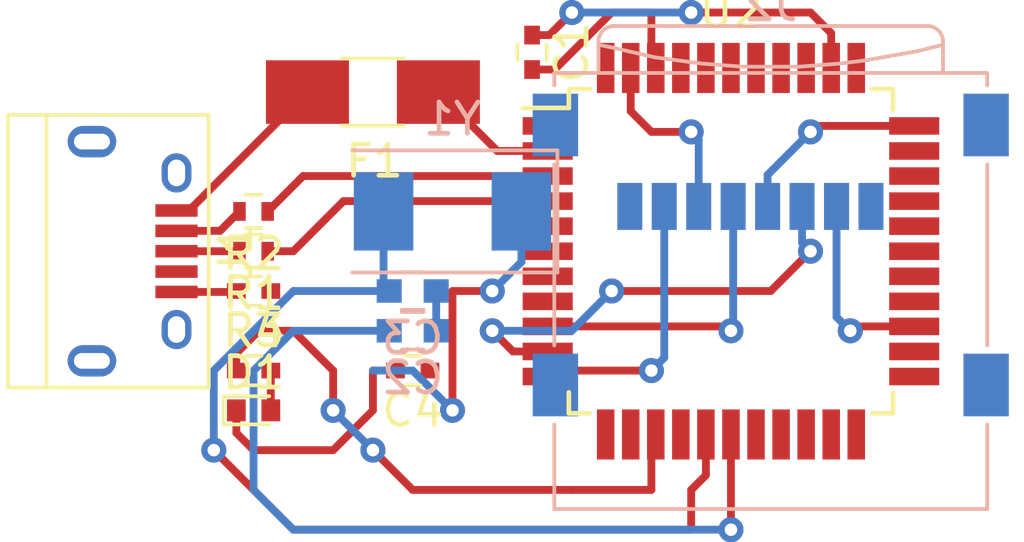
<source format=kicad_pcb>
(kicad_pcb (version 20171130) (host pcbnew "(5.0.0)")

  (general
    (thickness 1.6)
    (drawings 0)
    (tracks 113)
    (zones 0)
    (modules 14)
    (nets 44)
  )

  (page A4)
  (layers
    (0 F.Cu mixed)
    (31 B.Cu mixed)
    (32 B.Adhes user)
    (33 F.Adhes user)
    (34 B.Paste user)
    (35 F.Paste user)
    (36 B.SilkS user)
    (37 F.SilkS user)
    (38 B.Mask user)
    (39 F.Mask user)
    (40 Dwgs.User user)
    (41 Cmts.User user)
    (42 Eco1.User user)
    (43 Eco2.User user)
    (44 Edge.Cuts user)
    (45 Margin user)
    (46 B.CrtYd user)
    (47 F.CrtYd user)
    (48 B.Fab user)
    (49 F.Fab user)
  )

  (setup
    (last_trace_width 0.25)
    (trace_clearance 0.2)
    (zone_clearance 0.508)
    (zone_45_only no)
    (trace_min 0.2)
    (segment_width 0.2)
    (edge_width 0.1)
    (via_size 0.8)
    (via_drill 0.4)
    (via_min_size 0.4)
    (via_min_drill 0.3)
    (uvia_size 0.3)
    (uvia_drill 0.1)
    (uvias_allowed no)
    (uvia_min_size 0.2)
    (uvia_min_drill 0.1)
    (pcb_text_width 0.3)
    (pcb_text_size 1.5 1.5)
    (mod_edge_width 0.15)
    (mod_text_size 1 1)
    (mod_text_width 0.15)
    (pad_size 2.03 2.65)
    (pad_drill 0)
    (pad_to_mask_clearance 0)
    (aux_axis_origin 0 0)
    (visible_elements 7FFFFF9F)
    (pcbplotparams
      (layerselection 0x010fc_ffffffff)
      (usegerberextensions false)
      (usegerberattributes false)
      (usegerberadvancedattributes false)
      (creategerberjobfile false)
      (excludeedgelayer true)
      (linewidth 0.100000)
      (plotframeref false)
      (viasonmask false)
      (mode 1)
      (useauxorigin false)
      (hpglpennumber 1)
      (hpglpenspeed 20)
      (hpglpendiameter 15.000000)
      (psnegative false)
      (psa4output false)
      (plotreference true)
      (plotvalue true)
      (plotinvisibletext false)
      (padsonsilk false)
      (subtractmaskfromsilk false)
      (outputformat 1)
      (mirror false)
      (drillshape 1)
      (scaleselection 1)
      (outputdirectory ""))
  )

  (net 0 "")
  (net 1 "Net-(C1-Pad2)")
  (net 2 GND)
  (net 3 "Net-(C2-Pad1)")
  (net 4 "Net-(C3-Pad1)")
  (net 5 "Net-(C4-Pad1)")
  (net 6 "Net-(D1-Pad2)")
  (net 7 "Net-(F1-Pad2)")
  (net 8 VBUS)
  (net 9 "Net-(J1-Pad6)")
  (net 10 "Net-(J1-Pad4)")
  (net 11 "Net-(J1-Pad3)")
  (net 12 "Net-(J1-Pad2)")
  (net 13 "Net-(J2-Pad1)")
  (net 14 "Net-(J2-Pad2)")
  (net 15 "Net-(J2-Pad3)")
  (net 16 "Net-(J2-Pad4)")
  (net 17 "Net-(J2-Pad5)")
  (net 18 "Net-(J2-Pad7)")
  (net 19 "Net-(J2-Pad8)")
  (net 20 "Net-(J2-Pad9)")
  (net 21 "Net-(R1-Pad1)")
  (net 22 "Net-(R2-Pad1)")
  (net 23 "Net-(U2-Pad41)")
  (net 24 "Net-(U2-Pad40)")
  (net 25 "Net-(U2-Pad39)")
  (net 26 "Net-(U2-Pad38)")
  (net 27 "Net-(U2-Pad37)")
  (net 28 "Net-(U2-Pad36)")
  (net 29 "Net-(U2-Pad32)")
  (net 30 "Net-(U2-Pad31)")
  (net 31 "Net-(U2-Pad30)")
  (net 32 "Net-(U2-Pad29)")
  (net 33 "Net-(U2-Pad28)")
  (net 34 "Net-(U2-Pad27)")
  (net 35 "Net-(U2-Pad26)")
  (net 36 "Net-(U2-Pad22)")
  (net 37 "Net-(U2-Pad21)")
  (net 38 "Net-(U2-Pad20)")
  (net 39 "Net-(U2-Pad19)")
  (net 40 "Net-(U2-Pad18)")
  (net 41 "Net-(U2-Pad12)")
  (net 42 "Net-(U2-Pad8)")
  (net 43 "Net-(U2-Pad1)")

  (net_class Default "Esta es la clase de red por defecto."
    (clearance 0.2)
    (trace_width 0.25)
    (via_dia 0.8)
    (via_drill 0.4)
    (uvia_dia 0.3)
    (uvia_drill 0.1)
    (add_net GND)
    (add_net "Net-(C1-Pad2)")
    (add_net "Net-(C2-Pad1)")
    (add_net "Net-(C3-Pad1)")
    (add_net "Net-(C4-Pad1)")
    (add_net "Net-(D1-Pad2)")
    (add_net "Net-(F1-Pad2)")
    (add_net "Net-(J1-Pad2)")
    (add_net "Net-(J1-Pad3)")
    (add_net "Net-(J1-Pad4)")
    (add_net "Net-(J1-Pad6)")
    (add_net "Net-(J2-Pad1)")
    (add_net "Net-(J2-Pad2)")
    (add_net "Net-(J2-Pad3)")
    (add_net "Net-(J2-Pad4)")
    (add_net "Net-(J2-Pad5)")
    (add_net "Net-(J2-Pad7)")
    (add_net "Net-(J2-Pad8)")
    (add_net "Net-(J2-Pad9)")
    (add_net "Net-(R1-Pad1)")
    (add_net "Net-(R2-Pad1)")
    (add_net "Net-(U2-Pad1)")
    (add_net "Net-(U2-Pad12)")
    (add_net "Net-(U2-Pad18)")
    (add_net "Net-(U2-Pad19)")
    (add_net "Net-(U2-Pad20)")
    (add_net "Net-(U2-Pad21)")
    (add_net "Net-(U2-Pad22)")
    (add_net "Net-(U2-Pad26)")
    (add_net "Net-(U2-Pad27)")
    (add_net "Net-(U2-Pad28)")
    (add_net "Net-(U2-Pad29)")
    (add_net "Net-(U2-Pad30)")
    (add_net "Net-(U2-Pad31)")
    (add_net "Net-(U2-Pad32)")
    (add_net "Net-(U2-Pad36)")
    (add_net "Net-(U2-Pad37)")
    (add_net "Net-(U2-Pad38)")
    (add_net "Net-(U2-Pad39)")
    (add_net "Net-(U2-Pad40)")
    (add_net "Net-(U2-Pad41)")
    (add_net "Net-(U2-Pad8)")
    (add_net VBUS)
  )

  (module Crystals:Crystal_SMD_0603-2pin_6.0x3.5mm (layer B.Cu) (tedit 58CD2E9C) (tstamp 5B9D3479)
    (at 60.96 43.18 180)
    (descr "SMD Crystal SERIES SMD0603/2 http://www.petermann-technik.de/fileadmin/petermann/pdf/SMD0603-2.pdf, 6.0x3.5mm^2 package")
    (tags "SMD SMT crystal")
    (path /5B9F30FB)
    (attr smd)
    (fp_text reference Y1 (at 0 2.95 180) (layer B.SilkS)
      (effects (font (size 1 1) (thickness 0.15)) (justify mirror))
    )
    (fp_text value Crystal (at 0 -2.95 180) (layer B.Fab)
      (effects (font (size 1 1) (thickness 0.15)) (justify mirror))
    )
    (fp_text user %R (at 0 0 180) (layer B.Fab)
      (effects (font (size 1 1) (thickness 0.15)) (justify mirror))
    )
    (fp_line (start -2.9 1.75) (end 2.9 1.75) (layer B.Fab) (width 0.1))
    (fp_line (start 2.9 1.75) (end 3 1.65) (layer B.Fab) (width 0.1))
    (fp_line (start 3 1.65) (end 3 -1.65) (layer B.Fab) (width 0.1))
    (fp_line (start 3 -1.65) (end 2.9 -1.75) (layer B.Fab) (width 0.1))
    (fp_line (start 2.9 -1.75) (end -2.9 -1.75) (layer B.Fab) (width 0.1))
    (fp_line (start -2.9 -1.75) (end -3 -1.65) (layer B.Fab) (width 0.1))
    (fp_line (start -3 -1.65) (end -3 1.65) (layer B.Fab) (width 0.1))
    (fp_line (start -3 1.65) (end -2.9 1.75) (layer B.Fab) (width 0.1))
    (fp_line (start -3 -0.75) (end -2 -1.75) (layer B.Fab) (width 0.1))
    (fp_line (start 3.2 1.95) (end -3.35 1.95) (layer B.SilkS) (width 0.12))
    (fp_line (start -3.35 1.95) (end -3.35 -1.95) (layer B.SilkS) (width 0.12))
    (fp_line (start -3.35 -1.95) (end 3.2 -1.95) (layer B.SilkS) (width 0.12))
    (fp_line (start -3.4 2) (end -3.4 -2) (layer B.CrtYd) (width 0.05))
    (fp_line (start -3.4 -2) (end 3.4 -2) (layer B.CrtYd) (width 0.05))
    (fp_line (start 3.4 -2) (end 3.4 2) (layer B.CrtYd) (width 0.05))
    (fp_line (start 3.4 2) (end -3.4 2) (layer B.CrtYd) (width 0.05))
    (fp_circle (center 0 0) (end 0.4 0) (layer B.Adhes) (width 0.1))
    (fp_circle (center 0 0) (end 0.333333 0) (layer B.Adhes) (width 0.133333))
    (fp_circle (center 0 0) (end 0.213333 0) (layer B.Adhes) (width 0.133333))
    (fp_circle (center 0 0) (end 0.093333 0) (layer B.Adhes) (width 0.186667))
    (pad 1 smd rect (at -2.2 0 180) (size 1.9 2.5) (layers B.Cu B.Paste B.Mask)
      (net 3 "Net-(C2-Pad1)"))
    (pad 2 smd rect (at 2.2 0 180) (size 1.9 2.5) (layers B.Cu B.Paste B.Mask)
      (net 4 "Net-(C3-Pad1)"))
  )

  (module Capacitors_SMD:C_0402 (layer F.Cu) (tedit 58AA841A) (tstamp 5B9D3370)
    (at 59.69 48.26 180)
    (descr "Capacitor SMD 0402, reflow soldering, AVX (see smccp.pdf)")
    (tags "capacitor 0402")
    (path /5B9DB65C)
    (attr smd)
    (fp_text reference C4 (at 0 -1.27 180) (layer F.SilkS)
      (effects (font (size 1 1) (thickness 0.15)))
    )
    (fp_text value 1.0UF-0402-16V-10% (at 0 1.27 180) (layer F.Fab)
      (effects (font (size 1 1) (thickness 0.15)))
    )
    (fp_text user %R (at 0 -1.27 180) (layer F.Fab)
      (effects (font (size 1 1) (thickness 0.15)))
    )
    (fp_line (start -0.5 0.25) (end -0.5 -0.25) (layer F.Fab) (width 0.1))
    (fp_line (start 0.5 0.25) (end -0.5 0.25) (layer F.Fab) (width 0.1))
    (fp_line (start 0.5 -0.25) (end 0.5 0.25) (layer F.Fab) (width 0.1))
    (fp_line (start -0.5 -0.25) (end 0.5 -0.25) (layer F.Fab) (width 0.1))
    (fp_line (start 0.25 -0.47) (end -0.25 -0.47) (layer F.SilkS) (width 0.12))
    (fp_line (start -0.25 0.47) (end 0.25 0.47) (layer F.SilkS) (width 0.12))
    (fp_line (start -1 -0.4) (end 1 -0.4) (layer F.CrtYd) (width 0.05))
    (fp_line (start -1 -0.4) (end -1 0.4) (layer F.CrtYd) (width 0.05))
    (fp_line (start 1 0.4) (end 1 -0.4) (layer F.CrtYd) (width 0.05))
    (fp_line (start 1 0.4) (end -1 0.4) (layer F.CrtYd) (width 0.05))
    (pad 1 smd rect (at -0.55 0 180) (size 0.6 0.5) (layers F.Cu F.Paste F.Mask)
      (net 5 "Net-(C4-Pad1)"))
    (pad 2 smd rect (at 0.55 0 180) (size 0.6 0.5) (layers F.Cu F.Paste F.Mask)
      (net 2 GND))
    (model Capacitors_SMD.3dshapes/C_0402.wrl
      (at (xyz 0 0 0))
      (scale (xyz 1 1 1))
      (rotate (xyz 0 0 0))
    )
  )

  (module Connect:USB_Micro-B (layer F.Cu) (tedit 5543E447) (tstamp 5B9D33AB)
    (at 50.8 44.45 270)
    (descr "Micro USB Type B Receptacle")
    (tags "USB USB_B USB_micro USB_OTG")
    (path /5B9862B8)
    (attr smd)
    (fp_text reference J1 (at 0 -3.24 270) (layer F.SilkS)
      (effects (font (size 1 1) (thickness 0.15)))
    )
    (fp_text value USB_B_Micro (at 0 5.01 270) (layer F.Fab)
      (effects (font (size 1 1) (thickness 0.15)))
    )
    (fp_line (start -4.6 -2.59) (end 4.6 -2.59) (layer F.CrtYd) (width 0.05))
    (fp_line (start 4.6 -2.59) (end 4.6 4.26) (layer F.CrtYd) (width 0.05))
    (fp_line (start 4.6 4.26) (end -4.6 4.26) (layer F.CrtYd) (width 0.05))
    (fp_line (start -4.6 4.26) (end -4.6 -2.59) (layer F.CrtYd) (width 0.05))
    (fp_line (start -4.35 4.03) (end 4.35 4.03) (layer F.SilkS) (width 0.12))
    (fp_line (start -4.35 -2.38) (end 4.35 -2.38) (layer F.SilkS) (width 0.12))
    (fp_line (start 4.35 -2.38) (end 4.35 4.03) (layer F.SilkS) (width 0.12))
    (fp_line (start 4.35 2.8) (end -4.35 2.8) (layer F.SilkS) (width 0.12))
    (fp_line (start -4.35 4.03) (end -4.35 -2.38) (layer F.SilkS) (width 0.12))
    (pad 1 smd rect (at -1.3 -1.35) (size 1.35 0.4) (layers F.Cu F.Paste F.Mask)
      (net 7 "Net-(F1-Pad2)"))
    (pad 2 smd rect (at -0.65 -1.35) (size 1.35 0.4) (layers F.Cu F.Paste F.Mask)
      (net 12 "Net-(J1-Pad2)"))
    (pad 3 smd rect (at 0 -1.35) (size 1.35 0.4) (layers F.Cu F.Paste F.Mask)
      (net 11 "Net-(J1-Pad3)"))
    (pad 4 smd rect (at 0.65 -1.35) (size 1.35 0.4) (layers F.Cu F.Paste F.Mask)
      (net 10 "Net-(J1-Pad4)"))
    (pad 5 smd rect (at 1.3 -1.35) (size 1.35 0.4) (layers F.Cu F.Paste F.Mask)
      (net 2 GND))
    (pad 6 thru_hole oval (at -2.5 -1.35) (size 0.95 1.25) (drill oval 0.55 0.85) (layers *.Cu *.Mask)
      (net 9 "Net-(J1-Pad6)"))
    (pad 6 thru_hole oval (at 2.5 -1.35) (size 0.95 1.25) (drill oval 0.55 0.85) (layers *.Cu *.Mask)
      (net 9 "Net-(J1-Pad6)"))
    (pad 6 thru_hole oval (at -3.5 1.35) (size 1.55 1) (drill oval 1.15 0.5) (layers *.Cu *.Mask)
      (net 9 "Net-(J1-Pad6)"))
    (pad 6 thru_hole oval (at 3.5 1.35) (size 1.55 1) (drill oval 1.15 0.5) (layers *.Cu *.Mask)
      (net 9 "Net-(J1-Pad6)"))
  )

  (module Fuse_Holders_and_Fuses:Fuse_SMD1206_HandSoldering (layer F.Cu) (tedit 0) (tstamp 5B9D3395)
    (at 58.42 39.37 180)
    (descr "Fuse, Sicherung, SMD1206, Littlefuse-Wickmann 433 Series, Hand Soldering,")
    (tags "Fuse Sicherung SMD1206 Littlefuse-Wickmann 433 Series Hand Soldering ")
    (path /5B9D37E0)
    (attr smd)
    (fp_text reference F1 (at -0.05 -2.2 180) (layer F.SilkS)
      (effects (font (size 1 1) (thickness 0.15)))
    )
    (fp_text value Fuse (at -0.15 2.5 180) (layer F.Fab)
      (effects (font (size 1 1) (thickness 0.15)))
    )
    (fp_line (start -1.6 0.8) (end -1.6 -0.8) (layer F.Fab) (width 0.1))
    (fp_line (start 1.6 0.8) (end -1.6 0.8) (layer F.Fab) (width 0.1))
    (fp_line (start 1.6 -0.8) (end 1.6 0.8) (layer F.Fab) (width 0.1))
    (fp_line (start -1.6 -0.8) (end 1.6 -0.8) (layer F.Fab) (width 0.1))
    (fp_line (start 1 1.07) (end -1 1.07) (layer F.SilkS) (width 0.12))
    (fp_line (start -1 -1.07) (end 1 -1.07) (layer F.SilkS) (width 0.12))
    (fp_line (start -3.35 -1.58) (end 3.35 -1.58) (layer F.CrtYd) (width 0.05))
    (fp_line (start -3.35 -1.58) (end -3.35 1.58) (layer F.CrtYd) (width 0.05))
    (fp_line (start 3.35 1.58) (end 3.35 -1.58) (layer F.CrtYd) (width 0.05))
    (fp_line (start 3.35 1.58) (end -3.35 1.58) (layer F.CrtYd) (width 0.05))
    (pad 1 smd rect (at -2.09 0 270) (size 2.03 2.65) (layers F.Cu F.Paste F.Mask)
      (net 8 VBUS))
    (pad 2 smd rect (at 2.09 0 270) (size 2.03 2.65) (layers F.Cu F.Paste F.Mask)
      (net 7 "Net-(F1-Pad2)"))
  )

  (module Connect:microSD_Card_Receptacle_Wuerth_693072010801 (layer B.Cu) (tedit 597745A9) (tstamp 5B9D33DA)
    (at 71.12 45.72 180)
    (descr http://katalog.we-online.de/em/datasheet/693072010801.pdf)
    (tags "Micro SD Wuerth Wurth Würth")
    (path /5B985E48)
    (attr smd)
    (fp_text reference J2 (at 0 9.14 180) (layer B.SilkS)
      (effects (font (size 1 1) (thickness 0.15)) (justify mirror))
    )
    (fp_text value Micro_SD_Card (at 0 -8.07 180) (layer B.Fab)
      (effects (font (size 1 1) (thickness 0.15)) (justify mirror))
    )
    (fp_text user %R (at 0 0 180) (layer B.Fab)
      (effects (font (size 1 1) (thickness 0.15)) (justify mirror))
    )
    (fp_line (start -6.8 -6.85) (end 6.8 -6.85) (layer B.Fab) (width 0.1))
    (fp_line (start -6.8 6.85) (end -6.8 -6.85) (layer B.Fab) (width 0.1))
    (fp_line (start 6.8 6.85) (end -6.8 6.85) (layer B.Fab) (width 0.1))
    (fp_line (start 6.8 -6.85) (end 6.8 6.85) (layer B.Fab) (width 0.1))
    (fp_line (start 5 7.76) (end 5.5 7.86) (layer B.SilkS) (width 0.12))
    (fp_line (start 3.7 7.46) (end 5 7.76) (layer B.SilkS) (width 0.12))
    (fp_line (start 2.2 7.26) (end 3.7 7.46) (layer B.SilkS) (width 0.12))
    (fp_line (start 0.9 7.16) (end 2.2 7.26) (layer B.SilkS) (width 0.12))
    (fp_line (start -0.9 7.16) (end 0.9 7.16) (layer B.SilkS) (width 0.12))
    (fp_line (start -2.2 7.26) (end -0.9 7.16) (layer B.SilkS) (width 0.12))
    (fp_line (start -3 7.36) (end -2.2 7.26) (layer B.SilkS) (width 0.12))
    (fp_line (start -4.7 7.66) (end -3 7.36) (layer B.SilkS) (width 0.12))
    (fp_line (start -5.5 7.86) (end -4.7 7.66) (layer B.SilkS) (width 0.12))
    (fp_line (start -5 8.46) (end 5 8.46) (layer B.SilkS) (width 0.12))
    (fp_arc (start 5 7.96) (end 5 8.46) (angle -90) (layer B.SilkS) (width 0.12))
    (fp_line (start -5.5 6.96) (end -5.5 7.96) (layer B.SilkS) (width 0.12))
    (fp_line (start 5.5 6.96) (end 5.5 7.96) (layer B.SilkS) (width 0.12))
    (fp_line (start -6.91 6.96) (end 6.91 6.96) (layer B.SilkS) (width 0.12))
    (fp_line (start 6.91 -6.96) (end -6.91 -6.96) (layer B.SilkS) (width 0.12))
    (fp_line (start 6.91 -4.26) (end 6.91 -6.96) (layer B.SilkS) (width 0.12))
    (fp_arc (start -5 7.96) (end -5.5 7.96) (angle -90) (layer B.SilkS) (width 0.12))
    (fp_line (start 6.91 6.96) (end 6.91 6.56) (layer B.SilkS) (width 0.12))
    (fp_line (start 6.91 4.04) (end 6.91 -1.74) (layer B.SilkS) (width 0.12))
    (fp_line (start -6.91 -4.26) (end -6.91 -6.96) (layer B.SilkS) (width 0.12))
    (fp_line (start -6.91 4.04) (end -6.91 -1.74) (layer B.SilkS) (width 0.12))
    (fp_line (start -6.91 6.96) (end -6.91 6.56) (layer B.SilkS) (width 0.12))
    (fp_line (start 8.08 7.35) (end 8.08 -7.35) (layer B.CrtYd) (width 0.05))
    (fp_line (start 8.08 7.35) (end -8.08 7.35) (layer B.CrtYd) (width 0.05))
    (fp_line (start 8.08 -7.35) (end -8.08 -7.35) (layer B.CrtYd) (width 0.05))
    (fp_line (start -8.08 7.35) (end -8.08 -7.35) (layer B.CrtYd) (width 0.05))
    (pad 9 smd rect (at 6.875 5.3 180) (size 1.45 2) (layers B.Cu B.Paste B.Mask)
      (net 20 "Net-(J2-Pad9)"))
    (pad 9 smd rect (at -6.875 5.3 180) (size 1.45 2) (layers B.Cu B.Paste B.Mask)
      (net 20 "Net-(J2-Pad9)"))
    (pad 9 smd rect (at -6.875 -3 180) (size 1.45 2) (layers B.Cu B.Paste B.Mask)
      (net 20 "Net-(J2-Pad9)"))
    (pad 9 smd rect (at 6.875 -3 180) (size 1.45 2) (layers B.Cu B.Paste B.Mask)
      (net 20 "Net-(J2-Pad9)"))
    (pad 8 smd rect (at 4.5 2.7 180) (size 0.8 1.5) (layers B.Cu B.Paste B.Mask)
      (net 19 "Net-(J2-Pad8)"))
    (pad 7 smd rect (at 3.4 2.7 180) (size 0.8 1.5) (layers B.Cu B.Paste B.Mask)
      (net 18 "Net-(J2-Pad7)"))
    (pad 6 smd rect (at 2.3 2.7 180) (size 0.8 1.5) (layers B.Cu B.Paste B.Mask)
      (net 2 GND))
    (pad 5 smd rect (at 1.2 2.7 180) (size 0.8 1.5) (layers B.Cu B.Paste B.Mask)
      (net 17 "Net-(J2-Pad5)"))
    (pad 4 smd rect (at 0.1 2.7 180) (size 0.8 1.5) (layers B.Cu B.Paste B.Mask)
      (net 16 "Net-(J2-Pad4)"))
    (pad 3 smd rect (at -1 2.7 180) (size 0.8 1.5) (layers B.Cu B.Paste B.Mask)
      (net 15 "Net-(J2-Pad3)"))
    (pad 2 smd rect (at -2.1 2.7 180) (size 0.8 1.5) (layers B.Cu B.Paste B.Mask)
      (net 14 "Net-(J2-Pad2)"))
    (pad 1 smd rect (at -3.2 2.7 180) (size 0.8 1.5) (layers B.Cu B.Paste B.Mask)
      (net 13 "Net-(J2-Pad1)"))
    (model ${KISYS3DMOD}/Connectors.3dshapes/microSD_Card_Receptacle_Wuerth_693072010801.wrl
      (at (xyz 0 0 0))
      (scale (xyz 1 1 1))
      (rotate (xyz 0 0 0))
    )
  )

  (module Capacitors_SMD:C_0402 (layer F.Cu) (tedit 58AA841A) (tstamp 5B9D333D)
    (at 63.5 38.1 270)
    (descr "Capacitor SMD 0402, reflow soldering, AVX (see smccp.pdf)")
    (tags "capacitor 0402")
    (path /5B9BD073)
    (attr smd)
    (fp_text reference C1 (at 0 -1.27 270) (layer F.SilkS)
      (effects (font (size 1 1) (thickness 0.15)))
    )
    (fp_text value 0.1UF-0402-16V-10% (at 0 1.27 270) (layer F.Fab)
      (effects (font (size 1 1) (thickness 0.15)))
    )
    (fp_line (start 1 0.4) (end -1 0.4) (layer F.CrtYd) (width 0.05))
    (fp_line (start 1 0.4) (end 1 -0.4) (layer F.CrtYd) (width 0.05))
    (fp_line (start -1 -0.4) (end -1 0.4) (layer F.CrtYd) (width 0.05))
    (fp_line (start -1 -0.4) (end 1 -0.4) (layer F.CrtYd) (width 0.05))
    (fp_line (start -0.25 0.47) (end 0.25 0.47) (layer F.SilkS) (width 0.12))
    (fp_line (start 0.25 -0.47) (end -0.25 -0.47) (layer F.SilkS) (width 0.12))
    (fp_line (start -0.5 -0.25) (end 0.5 -0.25) (layer F.Fab) (width 0.1))
    (fp_line (start 0.5 -0.25) (end 0.5 0.25) (layer F.Fab) (width 0.1))
    (fp_line (start 0.5 0.25) (end -0.5 0.25) (layer F.Fab) (width 0.1))
    (fp_line (start -0.5 0.25) (end -0.5 -0.25) (layer F.Fab) (width 0.1))
    (fp_text user %R (at 0 -1.27 270) (layer F.Fab)
      (effects (font (size 1 1) (thickness 0.15)))
    )
    (pad 2 smd rect (at 0.55 0 270) (size 0.6 0.5) (layers F.Cu F.Paste F.Mask)
      (net 1 "Net-(C1-Pad2)"))
    (pad 1 smd rect (at -0.55 0 270) (size 0.6 0.5) (layers F.Cu F.Paste F.Mask)
      (net 2 GND))
    (model Capacitors_SMD.3dshapes/C_0402.wrl
      (at (xyz 0 0 0))
      (scale (xyz 1 1 1))
      (rotate (xyz 0 0 0))
    )
  )

  (module Capacitors_SMD:C_0603 (layer B.Cu) (tedit 59958EE7) (tstamp 5B9D334E)
    (at 59.69 46.99)
    (descr "Capacitor SMD 0603, reflow soldering, AVX (see smccp.pdf)")
    (tags "capacitor 0603")
    (path /5B9C7426)
    (attr smd)
    (fp_text reference C2 (at 0 1.5) (layer B.SilkS)
      (effects (font (size 1 1) (thickness 0.15)) (justify mirror))
    )
    (fp_text value 18PF-0603-50V-5% (at 0 -1.5) (layer B.Fab)
      (effects (font (size 1 1) (thickness 0.15)) (justify mirror))
    )
    (fp_text user %R (at 0 0) (layer B.Fab)
      (effects (font (size 0.3 0.3) (thickness 0.075)) (justify mirror))
    )
    (fp_line (start -0.8 -0.4) (end -0.8 0.4) (layer B.Fab) (width 0.1))
    (fp_line (start 0.8 -0.4) (end -0.8 -0.4) (layer B.Fab) (width 0.1))
    (fp_line (start 0.8 0.4) (end 0.8 -0.4) (layer B.Fab) (width 0.1))
    (fp_line (start -0.8 0.4) (end 0.8 0.4) (layer B.Fab) (width 0.1))
    (fp_line (start -0.35 0.6) (end 0.35 0.6) (layer B.SilkS) (width 0.12))
    (fp_line (start 0.35 -0.6) (end -0.35 -0.6) (layer B.SilkS) (width 0.12))
    (fp_line (start -1.4 0.65) (end 1.4 0.65) (layer B.CrtYd) (width 0.05))
    (fp_line (start -1.4 0.65) (end -1.4 -0.65) (layer B.CrtYd) (width 0.05))
    (fp_line (start 1.4 -0.65) (end 1.4 0.65) (layer B.CrtYd) (width 0.05))
    (fp_line (start 1.4 -0.65) (end -1.4 -0.65) (layer B.CrtYd) (width 0.05))
    (pad 1 smd rect (at -0.75 0) (size 0.8 0.75) (layers B.Cu B.Paste B.Mask)
      (net 3 "Net-(C2-Pad1)"))
    (pad 2 smd rect (at 0.75 0) (size 0.8 0.75) (layers B.Cu B.Paste B.Mask)
      (net 2 GND))
    (model Capacitors_SMD.3dshapes/C_0603.wrl
      (at (xyz 0 0 0))
      (scale (xyz 1 1 1))
      (rotate (xyz 0 0 0))
    )
  )

  (module Capacitors_SMD:C_0603 (layer B.Cu) (tedit 59958EE7) (tstamp 5B9D335F)
    (at 59.69 45.72)
    (descr "Capacitor SMD 0603, reflow soldering, AVX (see smccp.pdf)")
    (tags "capacitor 0603")
    (path /5B9C747D)
    (attr smd)
    (fp_text reference C3 (at 0 1.5) (layer B.SilkS)
      (effects (font (size 1 1) (thickness 0.15)) (justify mirror))
    )
    (fp_text value 18PF-0603-50V-5% (at 0 -1.5) (layer B.Fab)
      (effects (font (size 1 1) (thickness 0.15)) (justify mirror))
    )
    (fp_text user %R (at 0 0) (layer B.Fab)
      (effects (font (size 0.3 0.3) (thickness 0.075)) (justify mirror))
    )
    (fp_line (start -0.8 -0.4) (end -0.8 0.4) (layer B.Fab) (width 0.1))
    (fp_line (start 0.8 -0.4) (end -0.8 -0.4) (layer B.Fab) (width 0.1))
    (fp_line (start 0.8 0.4) (end 0.8 -0.4) (layer B.Fab) (width 0.1))
    (fp_line (start -0.8 0.4) (end 0.8 0.4) (layer B.Fab) (width 0.1))
    (fp_line (start -0.35 0.6) (end 0.35 0.6) (layer B.SilkS) (width 0.12))
    (fp_line (start 0.35 -0.6) (end -0.35 -0.6) (layer B.SilkS) (width 0.12))
    (fp_line (start -1.4 0.65) (end 1.4 0.65) (layer B.CrtYd) (width 0.05))
    (fp_line (start -1.4 0.65) (end -1.4 -0.65) (layer B.CrtYd) (width 0.05))
    (fp_line (start 1.4 -0.65) (end 1.4 0.65) (layer B.CrtYd) (width 0.05))
    (fp_line (start 1.4 -0.65) (end -1.4 -0.65) (layer B.CrtYd) (width 0.05))
    (pad 1 smd rect (at -0.75 0) (size 0.8 0.75) (layers B.Cu B.Paste B.Mask)
      (net 4 "Net-(C3-Pad1)"))
    (pad 2 smd rect (at 0.75 0) (size 0.8 0.75) (layers B.Cu B.Paste B.Mask)
      (net 2 GND))
    (model Capacitors_SMD.3dshapes/C_0603.wrl
      (at (xyz 0 0 0))
      (scale (xyz 1 1 1))
      (rotate (xyz 0 0 0))
    )
  )

  (module LEDs:LED_0402 (layer F.Cu) (tedit 57FE9357) (tstamp 5B9D3385)
    (at 54.61 49.53)
    (descr "LED 0402 smd package")
    (tags "LED led 0402 SMD smd SMT smt smdled SMDLED smtled SMTLED")
    (path /5B9CC1FC)
    (attr smd)
    (fp_text reference D1 (at 0 -1.2) (layer F.SilkS)
      (effects (font (size 1 1) (thickness 0.15)))
    )
    (fp_text value LED (at 0 1.4) (layer F.Fab)
      (effects (font (size 1 1) (thickness 0.15)))
    )
    (fp_line (start -1 -0.5) (end 1 -0.5) (layer F.CrtYd) (width 0.05))
    (fp_line (start -1 0.5) (end -1 -0.5) (layer F.CrtYd) (width 0.05))
    (fp_line (start 1 0.5) (end -1 0.5) (layer F.CrtYd) (width 0.05))
    (fp_line (start 1 -0.5) (end 1 0.5) (layer F.CrtYd) (width 0.05))
    (fp_line (start -0.95 -0.45) (end 0.5 -0.45) (layer F.SilkS) (width 0.12))
    (fp_line (start -0.95 0.45) (end 0.5 0.45) (layer F.SilkS) (width 0.12))
    (fp_line (start -0.5 0.25) (end -0.5 -0.25) (layer F.Fab) (width 0.1))
    (fp_line (start -0.5 -0.25) (end 0.5 -0.25) (layer F.Fab) (width 0.1))
    (fp_line (start 0.5 -0.25) (end 0.5 0.25) (layer F.Fab) (width 0.1))
    (fp_line (start 0.5 0.25) (end -0.5 0.25) (layer F.Fab) (width 0.1))
    (fp_line (start 0.15 -0.2) (end 0.15 0.2) (layer F.Fab) (width 0.1))
    (fp_line (start 0.15 0.2) (end -0.15 0) (layer F.Fab) (width 0.1))
    (fp_line (start -0.15 0) (end 0.15 -0.2) (layer F.Fab) (width 0.1))
    (fp_line (start -0.15 -0.2) (end -0.15 0.2) (layer F.Fab) (width 0.1))
    (fp_line (start -0.95 -0.45) (end -0.95 0.45) (layer F.SilkS) (width 0.12))
    (pad 1 smd rect (at -0.55 0 180) (size 0.6 0.7) (layers F.Cu F.Paste F.Mask)
      (net 2 GND))
    (pad 2 smd rect (at 0.55 0 180) (size 0.6 0.7) (layers F.Cu F.Paste F.Mask)
      (net 6 "Net-(D1-Pad2)"))
    (model ${KISYS3DMOD}/LEDs.3dshapes/LED_0402.wrl
      (at (xyz 0 0 0))
      (scale (xyz 1 1 1))
      (rotate (xyz 0 0 180))
    )
  )

  (module Resistors_SMD:R_0402 (layer F.Cu) (tedit 58E0A804) (tstamp 5B9D33EB)
    (at 54.61 44.45 180)
    (descr "Resistor SMD 0402, reflow soldering, Vishay (see dcrcw.pdf)")
    (tags "resistor 0402")
    (path /5B9B6E1E)
    (attr smd)
    (fp_text reference R1 (at 0 -1.35 180) (layer F.SilkS)
      (effects (font (size 1 1) (thickness 0.15)))
    )
    (fp_text value 22 (at 0 1.45 180) (layer F.Fab)
      (effects (font (size 1 1) (thickness 0.15)))
    )
    (fp_text user %R (at 0 -1.35 180) (layer F.Fab)
      (effects (font (size 1 1) (thickness 0.15)))
    )
    (fp_line (start -0.5 0.25) (end -0.5 -0.25) (layer F.Fab) (width 0.1))
    (fp_line (start 0.5 0.25) (end -0.5 0.25) (layer F.Fab) (width 0.1))
    (fp_line (start 0.5 -0.25) (end 0.5 0.25) (layer F.Fab) (width 0.1))
    (fp_line (start -0.5 -0.25) (end 0.5 -0.25) (layer F.Fab) (width 0.1))
    (fp_line (start 0.25 -0.53) (end -0.25 -0.53) (layer F.SilkS) (width 0.12))
    (fp_line (start -0.25 0.53) (end 0.25 0.53) (layer F.SilkS) (width 0.12))
    (fp_line (start -0.8 -0.45) (end 0.8 -0.45) (layer F.CrtYd) (width 0.05))
    (fp_line (start -0.8 -0.45) (end -0.8 0.45) (layer F.CrtYd) (width 0.05))
    (fp_line (start 0.8 0.45) (end 0.8 -0.45) (layer F.CrtYd) (width 0.05))
    (fp_line (start 0.8 0.45) (end -0.8 0.45) (layer F.CrtYd) (width 0.05))
    (pad 1 smd rect (at -0.45 0 180) (size 0.4 0.6) (layers F.Cu F.Paste F.Mask)
      (net 21 "Net-(R1-Pad1)"))
    (pad 2 smd rect (at 0.45 0 180) (size 0.4 0.6) (layers F.Cu F.Paste F.Mask)
      (net 11 "Net-(J1-Pad3)"))
    (model ${KISYS3DMOD}/Resistors_SMD.3dshapes/R_0402.wrl
      (at (xyz 0 0 0))
      (scale (xyz 1 1 1))
      (rotate (xyz 0 0 0))
    )
  )

  (module Resistors_SMD:R_0402 (layer F.Cu) (tedit 58E0A804) (tstamp 5B9D33FC)
    (at 54.61 43.18 180)
    (descr "Resistor SMD 0402, reflow soldering, Vishay (see dcrcw.pdf)")
    (tags "resistor 0402")
    (path /5B9B6E88)
    (attr smd)
    (fp_text reference R2 (at 0 -1.35 180) (layer F.SilkS)
      (effects (font (size 1 1) (thickness 0.15)))
    )
    (fp_text value 22 (at 0 1.45 180) (layer F.Fab)
      (effects (font (size 1 1) (thickness 0.15)))
    )
    (fp_text user %R (at 0 -1.35 180) (layer F.Fab)
      (effects (font (size 1 1) (thickness 0.15)))
    )
    (fp_line (start -0.5 0.25) (end -0.5 -0.25) (layer F.Fab) (width 0.1))
    (fp_line (start 0.5 0.25) (end -0.5 0.25) (layer F.Fab) (width 0.1))
    (fp_line (start 0.5 -0.25) (end 0.5 0.25) (layer F.Fab) (width 0.1))
    (fp_line (start -0.5 -0.25) (end 0.5 -0.25) (layer F.Fab) (width 0.1))
    (fp_line (start 0.25 -0.53) (end -0.25 -0.53) (layer F.SilkS) (width 0.12))
    (fp_line (start -0.25 0.53) (end 0.25 0.53) (layer F.SilkS) (width 0.12))
    (fp_line (start -0.8 -0.45) (end 0.8 -0.45) (layer F.CrtYd) (width 0.05))
    (fp_line (start -0.8 -0.45) (end -0.8 0.45) (layer F.CrtYd) (width 0.05))
    (fp_line (start 0.8 0.45) (end 0.8 -0.45) (layer F.CrtYd) (width 0.05))
    (fp_line (start 0.8 0.45) (end -0.8 0.45) (layer F.CrtYd) (width 0.05))
    (pad 1 smd rect (at -0.45 0 180) (size 0.4 0.6) (layers F.Cu F.Paste F.Mask)
      (net 22 "Net-(R2-Pad1)"))
    (pad 2 smd rect (at 0.45 0 180) (size 0.4 0.6) (layers F.Cu F.Paste F.Mask)
      (net 12 "Net-(J1-Pad2)"))
    (model ${KISYS3DMOD}/Resistors_SMD.3dshapes/R_0402.wrl
      (at (xyz 0 0 0))
      (scale (xyz 1 1 1))
      (rotate (xyz 0 0 0))
    )
  )

  (module Capacitors_SMD:C_0402 (layer F.Cu) (tedit 58AA841A) (tstamp 5B9D340D)
    (at 54.61 48.26)
    (descr "Capacitor SMD 0402, reflow soldering, AVX (see smccp.pdf)")
    (tags "capacitor 0402")
    (path /5B9CB0EF)
    (attr smd)
    (fp_text reference R3 (at 0 -1.27) (layer F.SilkS)
      (effects (font (size 1 1) (thickness 0.15)))
    )
    (fp_text value 1K0402 (at 0 1.27) (layer F.Fab)
      (effects (font (size 1 1) (thickness 0.15)))
    )
    (fp_text user %R (at 0 -1.27) (layer F.Fab)
      (effects (font (size 1 1) (thickness 0.15)))
    )
    (fp_line (start -0.5 0.25) (end -0.5 -0.25) (layer F.Fab) (width 0.1))
    (fp_line (start 0.5 0.25) (end -0.5 0.25) (layer F.Fab) (width 0.1))
    (fp_line (start 0.5 -0.25) (end 0.5 0.25) (layer F.Fab) (width 0.1))
    (fp_line (start -0.5 -0.25) (end 0.5 -0.25) (layer F.Fab) (width 0.1))
    (fp_line (start 0.25 -0.47) (end -0.25 -0.47) (layer F.SilkS) (width 0.12))
    (fp_line (start -0.25 0.47) (end 0.25 0.47) (layer F.SilkS) (width 0.12))
    (fp_line (start -1 -0.4) (end 1 -0.4) (layer F.CrtYd) (width 0.05))
    (fp_line (start -1 -0.4) (end -1 0.4) (layer F.CrtYd) (width 0.05))
    (fp_line (start 1 0.4) (end 1 -0.4) (layer F.CrtYd) (width 0.05))
    (fp_line (start 1 0.4) (end -1 0.4) (layer F.CrtYd) (width 0.05))
    (pad 1 smd rect (at -0.55 0) (size 0.6 0.5) (layers F.Cu F.Paste F.Mask)
      (net 8 VBUS))
    (pad 2 smd rect (at 0.55 0) (size 0.6 0.5) (layers F.Cu F.Paste F.Mask)
      (net 6 "Net-(D1-Pad2)"))
    (model Capacitors_SMD.3dshapes/C_0402.wrl
      (at (xyz 0 0 0))
      (scale (xyz 1 1 1))
      (rotate (xyz 0 0 0))
    )
  )

  (module Capacitors_SMD:C_0402 (layer F.Cu) (tedit 58AA841A) (tstamp 5B9D341E)
    (at 54.61 45.72 180)
    (descr "Capacitor SMD 0402, reflow soldering, AVX (see smccp.pdf)")
    (tags "capacitor 0402")
    (path /5B9D4B5C)
    (attr smd)
    (fp_text reference R4 (at 0 -1.27 180) (layer F.SilkS)
      (effects (font (size 1 1) (thickness 0.15)))
    )
    (fp_text value 10k0402 (at 0 1.27 180) (layer F.Fab)
      (effects (font (size 1 1) (thickness 0.15)))
    )
    (fp_line (start 1 0.4) (end -1 0.4) (layer F.CrtYd) (width 0.05))
    (fp_line (start 1 0.4) (end 1 -0.4) (layer F.CrtYd) (width 0.05))
    (fp_line (start -1 -0.4) (end -1 0.4) (layer F.CrtYd) (width 0.05))
    (fp_line (start -1 -0.4) (end 1 -0.4) (layer F.CrtYd) (width 0.05))
    (fp_line (start -0.25 0.47) (end 0.25 0.47) (layer F.SilkS) (width 0.12))
    (fp_line (start 0.25 -0.47) (end -0.25 -0.47) (layer F.SilkS) (width 0.12))
    (fp_line (start -0.5 -0.25) (end 0.5 -0.25) (layer F.Fab) (width 0.1))
    (fp_line (start 0.5 -0.25) (end 0.5 0.25) (layer F.Fab) (width 0.1))
    (fp_line (start 0.5 0.25) (end -0.5 0.25) (layer F.Fab) (width 0.1))
    (fp_line (start -0.5 0.25) (end -0.5 -0.25) (layer F.Fab) (width 0.1))
    (fp_text user %R (at 0 -1.27 180) (layer F.Fab)
      (effects (font (size 1 1) (thickness 0.15)))
    )
    (pad 2 smd rect (at 0.55 0 180) (size 0.6 0.5) (layers F.Cu F.Paste F.Mask)
      (net 2 GND))
    (pad 1 smd rect (at -0.55 0 180) (size 0.6 0.5) (layers F.Cu F.Paste F.Mask)
      (net 8 VBUS))
    (model Capacitors_SMD.3dshapes/C_0402.wrl
      (at (xyz 0 0 0))
      (scale (xyz 1 1 1))
      (rotate (xyz 0 0 0))
    )
  )

  (module Housings_QFP:LQFP-44_10x10mm_Pitch0.8mm (layer F.Cu) (tedit 5B9D387D) (tstamp 5B9D3461)
    (at 69.85 44.45)
    (descr "LQFP44 (see Appnote_PCB_Guidelines_TRINAMIC_packages.pdf)")
    (tags "QFP 0.8")
    (path /5B9FC943)
    (attr smd)
    (fp_text reference U2 (at 0 -7.65) (layer F.SilkS)
      (effects (font (size 1 1) (thickness 0.15)))
    )
    (fp_text value ATmega32U4-AU (at 0 7.65) (layer F.Fab)
      (effects (font (size 1 1) (thickness 0.15)))
    )
    (fp_line (start -5.175 -4.575) (end -6.65 -4.575) (layer F.SilkS) (width 0.15))
    (fp_line (start 5.175 -5.175) (end 4.505 -5.175) (layer F.SilkS) (width 0.15))
    (fp_line (start 5.175 5.175) (end 4.505 5.175) (layer F.SilkS) (width 0.15))
    (fp_line (start -5.175 5.175) (end -4.505 5.175) (layer F.SilkS) (width 0.15))
    (fp_line (start -5.175 -5.175) (end -4.505 -5.175) (layer F.SilkS) (width 0.15))
    (fp_line (start -5.175 5.175) (end -5.175 4.505) (layer F.SilkS) (width 0.15))
    (fp_line (start 5.175 5.175) (end 5.175 4.505) (layer F.SilkS) (width 0.15))
    (fp_line (start 5.175 -5.175) (end 5.175 -4.505) (layer F.SilkS) (width 0.15))
    (fp_line (start -5.175 -5.175) (end -5.175 -4.575) (layer F.SilkS) (width 0.15))
    (fp_line (start -6.9 6.9) (end 6.9 6.9) (layer F.CrtYd) (width 0.05))
    (fp_line (start -6.9 -6.9) (end 6.9 -6.9) (layer F.CrtYd) (width 0.05))
    (fp_line (start 6.9 -6.9) (end 6.9 6.9) (layer F.CrtYd) (width 0.05))
    (fp_line (start -6.9 -6.9) (end -6.9 6.9) (layer F.CrtYd) (width 0.05))
    (fp_line (start -5 -4) (end -4 -5) (layer F.Fab) (width 0.15))
    (fp_line (start -5 5) (end -5 -4) (layer F.Fab) (width 0.15))
    (fp_line (start 5 5) (end -5 5) (layer F.Fab) (width 0.15))
    (fp_line (start 5 -5) (end 5 5) (layer F.Fab) (width 0.15))
    (fp_line (start -4 -5) (end 5 -5) (layer F.Fab) (width 0.15))
    (fp_text user %R (at 0 0) (layer F.Fab)
      (effects (font (size 1 1) (thickness 0.15)))
    )
    (pad 44 smd rect (at -4 -5.85 90) (size 1.6 0.56) (layers F.Cu F.Paste F.Mask)
      (net 8 VBUS))
    (pad 43 smd rect (at -3.2 -5.85 90) (size 1.6 0.56) (layers F.Cu F.Paste F.Mask)
      (net 2 GND))
    (pad 42 smd rect (at -2.4 -5.85 90) (size 1.6 0.56) (layers F.Cu F.Paste F.Mask)
      (net 1 "Net-(C1-Pad2)"))
    (pad 41 smd rect (at -1.6 -5.85 90) (size 1.6 0.56) (layers F.Cu F.Paste F.Mask)
      (net 23 "Net-(U2-Pad41)"))
    (pad 40 smd rect (at -0.8 -5.85 90) (size 1.6 0.56) (layers F.Cu F.Paste F.Mask)
      (net 24 "Net-(U2-Pad40)"))
    (pad 39 smd rect (at 0 -5.85 90) (size 1.6 0.56) (layers F.Cu F.Paste F.Mask)
      (net 25 "Net-(U2-Pad39)"))
    (pad 38 smd rect (at 0.8 -5.85 90) (size 1.6 0.56) (layers F.Cu F.Paste F.Mask)
      (net 26 "Net-(U2-Pad38)"))
    (pad 37 smd rect (at 1.6 -5.85 90) (size 1.6 0.56) (layers F.Cu F.Paste F.Mask)
      (net 27 "Net-(U2-Pad37)"))
    (pad 36 smd rect (at 2.4 -5.85 90) (size 1.6 0.56) (layers F.Cu F.Paste F.Mask)
      (net 28 "Net-(U2-Pad36)"))
    (pad 35 smd rect (at 3.2 -5.85 90) (size 1.6 0.56) (layers F.Cu F.Paste F.Mask)
      (net 2 GND))
    (pad 34 smd rect (at 4 -5.85 90) (size 1.6 0.56) (layers F.Cu F.Paste F.Mask)
      (net 8 VBUS))
    (pad 33 smd rect (at 5.85 -4) (size 1.6 0.56) (layers F.Cu F.Paste F.Mask)
      (net 16 "Net-(J2-Pad4)"))
    (pad 32 smd rect (at 5.85 -3.2) (size 1.6 0.56) (layers F.Cu F.Paste F.Mask)
      (net 29 "Net-(U2-Pad32)"))
    (pad 31 smd rect (at 5.85 -2.4) (size 1.6 0.56) (layers F.Cu F.Paste F.Mask)
      (net 30 "Net-(U2-Pad31)"))
    (pad 30 smd rect (at 5.85 -1.6) (size 1.6 0.56) (layers F.Cu F.Paste F.Mask)
      (net 31 "Net-(U2-Pad30)"))
    (pad 29 smd rect (at 5.85 -0.8) (size 1.6 0.56) (layers F.Cu F.Paste F.Mask)
      (net 32 "Net-(U2-Pad29)"))
    (pad 28 smd rect (at 5.85 0) (size 1.6 0.56) (layers F.Cu F.Paste F.Mask)
      (net 33 "Net-(U2-Pad28)"))
    (pad 27 smd rect (at 5.85 0.8) (size 1.6 0.56) (layers F.Cu F.Paste F.Mask)
      (net 34 "Net-(U2-Pad27)"))
    (pad 26 smd rect (at 5.85 1.6) (size 1.6 0.56) (layers F.Cu F.Paste F.Mask)
      (net 35 "Net-(U2-Pad26)"))
    (pad 25 smd rect (at 5.85 2.4) (size 1.6 0.56) (layers F.Cu F.Paste F.Mask)
      (net 14 "Net-(J2-Pad2)"))
    (pad 24 smd rect (at 5.85 3.2) (size 1.6 0.56) (layers F.Cu F.Paste F.Mask)
      (net 8 VBUS))
    (pad 23 smd rect (at 5.85 4) (size 1.6 0.56) (layers F.Cu F.Paste F.Mask)
      (net 2 GND))
    (pad 22 smd rect (at 4 5.85 90) (size 1.6 0.56) (layers F.Cu F.Paste F.Mask)
      (net 36 "Net-(U2-Pad22)"))
    (pad 21 smd rect (at 3.2 5.85 90) (size 1.6 0.56) (layers F.Cu F.Paste F.Mask)
      (net 37 "Net-(U2-Pad21)"))
    (pad 20 smd rect (at 2.4 5.85 90) (size 1.6 0.56) (layers F.Cu F.Paste F.Mask)
      (net 38 "Net-(U2-Pad20)"))
    (pad 19 smd rect (at 1.6 5.85 90) (size 1.6 0.56) (layers F.Cu F.Paste F.Mask)
      (net 39 "Net-(U2-Pad19)"))
    (pad 18 smd rect (at 0.8 5.85 90) (size 1.6 0.56) (layers F.Cu F.Paste F.Mask)
      (net 40 "Net-(U2-Pad18)"))
    (pad 17 smd rect (at 0 5.85 90) (size 1.6 0.56) (layers F.Cu F.Paste F.Mask)
      (net 3 "Net-(C2-Pad1)"))
    (pad 16 smd rect (at -0.8 5.85 90) (size 1.6 0.56) (layers F.Cu F.Paste F.Mask)
      (net 4 "Net-(C3-Pad1)"))
    (pad 15 smd rect (at -1.6 5.85 90) (size 1.6 0.56) (layers F.Cu F.Paste F.Mask)
      (net 2 GND))
    (pad 14 smd rect (at -2.4 5.85 90) (size 1.6 0.56) (layers F.Cu F.Paste F.Mask)
      (net 8 VBUS))
    (pad 13 smd rect (at -3.2 5.85 90) (size 1.6 0.56) (layers F.Cu F.Paste F.Mask)
      (net 2 GND))
    (pad 12 smd rect (at -4 5.85 90) (size 1.6 0.56) (layers F.Cu F.Paste F.Mask)
      (net 41 "Net-(U2-Pad12)"))
    (pad 11 smd rect (at -5.85 4) (size 1.6 0.56) (layers F.Cu F.Paste F.Mask)
      (net 18 "Net-(J2-Pad7)"))
    (pad 10 smd rect (at -5.85 3.2) (size 1.6 0.56) (layers F.Cu F.Paste F.Mask)
      (net 15 "Net-(J2-Pad3)"))
    (pad 9 smd rect (at -5.85 2.4) (size 1.6 0.56) (layers F.Cu F.Paste F.Mask)
      (net 17 "Net-(J2-Pad5)"))
    (pad 8 smd rect (at -5.85 1.6) (size 1.6 0.56) (layers F.Cu F.Paste F.Mask)
      (net 42 "Net-(U2-Pad8)"))
    (pad 7 smd rect (at -5.85 0.8) (size 1.6 0.56) (layers F.Cu F.Paste F.Mask)
      (net 8 VBUS))
    (pad 6 smd rect (at -5.85 0) (size 1.6 0.56) (layers F.Cu F.Paste F.Mask)
      (net 5 "Net-(C4-Pad1)"))
    (pad 5 smd rect (at -5.85 -0.8) (size 1.6 0.56) (layers F.Cu F.Paste F.Mask)
      (net 2 GND))
    (pad 4 smd rect (at -5.85 -1.6) (size 1.6 0.56) (layers F.Cu F.Paste F.Mask)
      (net 21 "Net-(R1-Pad1)"))
    (pad 3 smd rect (at -5.85 -2.4) (size 1.6 0.56) (layers F.Cu F.Paste F.Mask)
      (net 22 "Net-(R2-Pad1)"))
    (pad 2 smd rect (at -5.85 -3.2) (size 1.6 0.56) (layers F.Cu F.Paste F.Mask)
      (net 8 VBUS))
    (pad 1 smd rect (at -5.85 -4) (size 1.6 0.56) (layers F.Cu F.Paste F.Mask)
      (net 43 "Net-(U2-Pad1)"))
    (model ${KISYS3DMOD}/Housings_QFP.3dshapes/LQFP-44_10x10mm_Pitch0.8mm.wrl
      (at (xyz 0 0 0))
      (scale (xyz 1 1 1))
      (rotate (xyz 0 0 0))
    )
  )

  (segment (start 63.5 38.65) (end 64.22 38.65) (width 0.25) (layer F.Cu) (net 1) (status 400000))
  (segment (start 67.31 38.1) (end 67.45 38.6) (width 0.25) (layer F.Cu) (net 1) (tstamp 5B9EE199) (status C00000))
  (segment (start 67.31 36.83) (end 67.31 38.1) (width 0.25) (layer F.Cu) (net 1) (tstamp 5B9EE197) (status 800000))
  (segment (start 66.04 36.83) (end 67.31 36.83) (width 0.25) (layer F.Cu) (net 1) (tstamp 5B9EE196))
  (segment (start 64.77 38.1) (end 66.04 36.83) (width 0.25) (layer F.Cu) (net 1) (tstamp 5B9EE195))
  (segment (start 64.22 38.65) (end 64.77 38.1) (width 0.25) (layer F.Cu) (net 1) (tstamp 5B9EE194))
  (segment (start 52.15 45.75) (end 54.03 45.75) (width 0.25) (layer F.Cu) (net 2) (status C00000))
  (segment (start 54.03 45.75) (end 54.06 45.72) (width 0.25) (layer F.Cu) (net 2) (tstamp 5B9D9B63) (status C00000))
  (segment (start 59.14 48.26) (end 58.42 48.26) (width 0.25) (layer F.Cu) (net 2) (status 400000))
  (segment (start 54.06 49.53) (end 54.06 50.25) (width 0.25) (layer F.Cu) (net 2) (status 400000))
  (segment (start 58.42 49.53) (end 58.42 48.26) (width 0.25) (layer F.Cu) (net 2) (tstamp 5B9F0563))
  (segment (start 57.15 50.8) (end 58.42 49.53) (width 0.25) (layer F.Cu) (net 2) (tstamp 5B9F0561))
  (segment (start 54.61 50.8) (end 57.15 50.8) (width 0.25) (layer F.Cu) (net 2) (tstamp 5B9F0560))
  (segment (start 54.06 50.25) (end 54.61 50.8) (width 0.25) (layer F.Cu) (net 2) (tstamp 5B9F055F))
  (segment (start 63.5 37.55) (end 64.05 37.55) (width 0.25) (layer F.Cu) (net 2) (status 400000))
  (segment (start 64.05 37.55) (end 64.77 36.83) (width 0.25) (layer F.Cu) (net 2) (tstamp 5B9F0858))
  (via (at 64.77 36.83) (size 0.8) (drill 0.4) (layers F.Cu B.Cu) (net 2))
  (segment (start 64.77 36.83) (end 68.58 36.83) (width 0.25) (layer B.Cu) (net 2) (tstamp 5B9F085A))
  (via (at 68.58 36.83) (size 0.8) (drill 0.4) (layers F.Cu B.Cu) (net 2))
  (segment (start 68.58 36.83) (end 72.39 36.83) (width 0.25) (layer F.Cu) (net 2))
  (segment (start 72.39 36.83) (end 73.05 37.49) (width 0.25) (layer F.Cu) (net 2) (tstamp 5B9F090E))
  (segment (start 73.05 37.49) (end 73.05 38.6) (width 0.25) (layer F.Cu) (net 2) (tstamp 5B9F090F) (status 800000))
  (segment (start 68.82 43.02) (end 68.82 40.88) (width 0.25) (layer B.Cu) (net 2) (status 400000))
  (segment (start 66.65 39.98) (end 66.65 38.6) (width 0.25) (layer F.Cu) (net 2) (tstamp 5B9F10A0) (status 800000))
  (segment (start 67.31 40.64) (end 66.65 39.98) (width 0.25) (layer F.Cu) (net 2) (tstamp 5B9F109F))
  (segment (start 68.58 40.64) (end 67.31 40.64) (width 0.25) (layer F.Cu) (net 2) (tstamp 5B9F109E))
  (via (at 68.58 40.64) (size 0.8) (drill 0.4) (layers F.Cu B.Cu) (net 2))
  (segment (start 68.82 40.88) (end 68.58 40.64) (width 0.25) (layer B.Cu) (net 2) (tstamp 5B9F109C))
  (segment (start 60.44 45.72) (end 60.44 46.99) (width 0.25) (layer B.Cu) (net 2) (status C00000))
  (segment (start 63.16 43.18) (end 63.16 44.79) (width 0.25) (layer B.Cu) (net 3) (status 400000))
  (segment (start 63.16 44.79) (end 62.23 45.72) (width 0.25) (layer B.Cu) (net 3) (tstamp 5B9FAE2A))
  (via (at 62.23 45.72) (size 0.8) (drill 0.4) (layers F.Cu B.Cu) (net 3))
  (segment (start 62.23 45.72) (end 60.96 45.72) (width 0.25) (layer F.Cu) (net 3) (tstamp 5B9FAE35))
  (segment (start 60.96 45.72) (end 60.96 49.53) (width 0.25) (layer F.Cu) (net 3) (tstamp 5B9FAE36))
  (via (at 60.96 49.53) (size 0.8) (drill 0.4) (layers F.Cu B.Cu) (net 3))
  (segment (start 60.96 49.53) (end 59.69 48.26) (width 0.25) (layer B.Cu) (net 3) (tstamp 5B9FAE4A))
  (segment (start 59.69 48.26) (end 58.42 48.26) (width 0.25) (layer B.Cu) (net 3) (tstamp 5B9FAE4B))
  (segment (start 58.94 46.99) (end 55.88 46.99) (width 0.25) (layer B.Cu) (net 3) (status 400000))
  (segment (start 69.85 53.34) (end 69.85 50.3) (width 0.25) (layer F.Cu) (net 3) (tstamp 5B9FECD1) (status 800000))
  (via (at 69.85 53.34) (size 0.8) (drill 0.4) (layers F.Cu B.Cu) (net 3))
  (segment (start 55.88 53.34) (end 69.85 53.34) (width 0.25) (layer B.Cu) (net 3) (tstamp 5B9FECC8))
  (segment (start 54.61 52.07) (end 55.88 53.34) (width 0.25) (layer B.Cu) (net 3) (tstamp 5B9FECC3))
  (segment (start 54.61 48.26) (end 54.61 52.07) (width 0.25) (layer B.Cu) (net 3) (tstamp 5B9FECBE))
  (segment (start 55.88 46.99) (end 54.61 48.26) (width 0.25) (layer B.Cu) (net 3) (tstamp 5B9FECB5))
  (segment (start 58.94 45.72) (end 55.88 45.72) (width 0.25) (layer B.Cu) (net 4) (status 400000))
  (segment (start 69.05 51.6) (end 69.05 50.3) (width 0.25) (layer F.Cu) (net 4) (tstamp 5B9FAD71) (status 800000))
  (segment (start 68.58 52.07) (end 69.05 51.6) (width 0.25) (layer F.Cu) (net 4) (tstamp 5B9FAD6D))
  (segment (start 68.58 53.34) (end 68.58 52.07) (width 0.25) (layer F.Cu) (net 4) (tstamp 5B9FAD67))
  (segment (start 55.88 53.34) (end 68.58 53.34) (width 0.25) (layer F.Cu) (net 4) (tstamp 5B9FAD54))
  (segment (start 53.34 50.8) (end 55.88 53.34) (width 0.25) (layer F.Cu) (net 4) (tstamp 5B9FAD53))
  (via (at 53.34 50.8) (size 0.8) (drill 0.4) (layers F.Cu B.Cu) (net 4))
  (segment (start 53.34 48.26) (end 53.34 50.8) (width 0.25) (layer B.Cu) (net 4) (tstamp 5B9FAD43))
  (segment (start 55.88 45.72) (end 53.34 48.26) (width 0.25) (layer B.Cu) (net 4) (tstamp 5B9FAD36))
  (segment (start 58.76 43.18) (end 58.76 45.54) (width 0.25) (layer B.Cu) (net 4) (status C00000))
  (segment (start 58.76 45.54) (end 58.94 45.72) (width 0.25) (layer B.Cu) (net 4) (tstamp 5B9FADAD) (status C00000))
  (segment (start 55.16 48.26) (end 55.16 49.53) (width 0.25) (layer F.Cu) (net 6) (status C00000))
  (segment (start 52.15 43.15) (end 52.55 43.15) (width 0.25) (layer F.Cu) (net 7) (status C00000))
  (segment (start 52.55 43.15) (end 56.33 39.37) (width 0.25) (layer F.Cu) (net 7) (tstamp 5B9DB675) (status C00000))
  (segment (start 67.45 50.66) (end 67.45 50.3) (width 0.25) (layer F.Cu) (net 8) (tstamp 5B9DB7B6) (status C00000))
  (segment (start 67.31 50.8) (end 67.45 50.66) (width 0.25) (layer F.Cu) (net 8) (tstamp 5B9DB7B3) (status C00000))
  (segment (start 67.31 52.07) (end 67.31 50.8) (width 0.25) (layer F.Cu) (net 8) (tstamp 5B9DB7B1) (status 800000))
  (segment (start 64.77 52.07) (end 67.31 52.07) (width 0.25) (layer F.Cu) (net 8) (tstamp 5B9DB7B0))
  (segment (start 64 41.25) (end 62.39 41.25) (width 0.25) (layer F.Cu) (net 8) (status 400000))
  (segment (start 62.39 41.25) (end 60.51 39.37) (width 0.25) (layer F.Cu) (net 8) (tstamp 5B9ECB88) (status 800000))
  (segment (start 54.06 48.26) (end 54.06 47.71) (width 0.25) (layer F.Cu) (net 8) (status 400000))
  (segment (start 54.06 47.71) (end 54.78 46.99) (width 0.25) (layer F.Cu) (net 8) (tstamp 5B9FA4A6))
  (segment (start 54.78 46.99) (end 55.88 46.99) (width 0.25) (layer F.Cu) (net 8) (tstamp 5B9FA4A7))
  (segment (start 55.88 46.99) (end 57.15 48.26) (width 0.25) (layer F.Cu) (net 8) (tstamp 5B9FA4A8))
  (segment (start 57.15 48.26) (end 57.15 49.53) (width 0.25) (layer F.Cu) (net 8) (tstamp 5B9FA4AC))
  (via (at 57.15 49.53) (size 0.8) (drill 0.4) (layers F.Cu B.Cu) (net 8))
  (segment (start 57.15 49.53) (end 58.42 50.8) (width 0.25) (layer B.Cu) (net 8) (tstamp 5B9FA4B1))
  (via (at 58.42 50.8) (size 0.8) (drill 0.4) (layers F.Cu B.Cu) (net 8))
  (segment (start 58.42 50.8) (end 59.69 52.07) (width 0.25) (layer F.Cu) (net 8) (tstamp 5B9FA4BA))
  (segment (start 59.69 52.07) (end 64.77 52.07) (width 0.25) (layer F.Cu) (net 8) (tstamp 5B9FA4BB))
  (segment (start 52.15 44.45) (end 54.16 44.45) (width 0.25) (layer F.Cu) (net 11) (status C00030))
  (segment (start 52.15 43.8) (end 53.54 43.8) (width 0.25) (layer F.Cu) (net 12) (status 400000))
  (segment (start 53.54 43.8) (end 54.16 43.18) (width 0.25) (layer F.Cu) (net 12) (tstamp 5B9D9A39) (status 800000))
  (segment (start 73.22 43.02) (end 73.22 46.55) (width 0.25) (layer B.Cu) (net 14) (status 400000))
  (segment (start 73.8 46.85) (end 75.7 46.85) (width 0.25) (layer F.Cu) (net 14) (tstamp 5B9F137D) (status 800000))
  (segment (start 73.66 46.99) (end 73.8 46.85) (width 0.25) (layer F.Cu) (net 14) (tstamp 5B9F137C))
  (via (at 73.66 46.99) (size 0.8) (drill 0.4) (layers F.Cu B.Cu) (net 14))
  (segment (start 73.22 46.55) (end 73.66 46.99) (width 0.25) (layer B.Cu) (net 14) (tstamp 5B9F137A))
  (segment (start 72.12 43.02) (end 72.12 44.18) (width 0.25) (layer B.Cu) (net 15) (status 400000))
  (segment (start 62.89 47.65) (end 64 47.65) (width 0.25) (layer F.Cu) (net 15) (tstamp 5B9F1367) (status 800000))
  (segment (start 62.23 46.99) (end 62.89 47.65) (width 0.25) (layer F.Cu) (net 15) (tstamp 5B9F1366))
  (via (at 62.23 46.99) (size 0.8) (drill 0.4) (layers F.Cu B.Cu) (net 15))
  (segment (start 64.77 46.99) (end 62.23 46.99) (width 0.25) (layer B.Cu) (net 15) (tstamp 5B9F1361))
  (segment (start 66.04 45.72) (end 64.77 46.99) (width 0.25) (layer B.Cu) (net 15) (tstamp 5B9F1360))
  (via (at 66.04 45.72) (size 0.8) (drill 0.4) (layers F.Cu B.Cu) (net 15))
  (segment (start 71.12 45.72) (end 66.04 45.72) (width 0.25) (layer F.Cu) (net 15) (tstamp 5B9F135D))
  (segment (start 72.39 44.45) (end 71.12 45.72) (width 0.25) (layer F.Cu) (net 15) (tstamp 5B9F135C))
  (via (at 72.39 44.45) (size 0.8) (drill 0.4) (layers F.Cu B.Cu) (net 15))
  (segment (start 72.12 44.18) (end 72.39 44.45) (width 0.25) (layer B.Cu) (net 15) (tstamp 5B9F135A))
  (segment (start 71.02 43.02) (end 71.02 42.01) (width 0.25) (layer B.Cu) (net 16) (status 400000))
  (segment (start 71.02 42.01) (end 72.39 40.64) (width 0.25) (layer B.Cu) (net 16) (tstamp 5B9F0B56))
  (via (at 72.39 40.64) (size 0.8) (drill 0.4) (layers F.Cu B.Cu) (net 16))
  (segment (start 72.39 40.64) (end 72.58 40.45) (width 0.25) (layer F.Cu) (net 16) (tstamp 5B9F0B58))
  (segment (start 72.58 40.45) (end 75.7 40.45) (width 0.25) (layer F.Cu) (net 16) (tstamp 5B9F0B59) (status 800000))
  (segment (start 69.92 43.02) (end 69.92 46.92) (width 0.25) (layer B.Cu) (net 17) (status 400000))
  (segment (start 69.71 46.85) (end 64 46.85) (width 0.25) (layer F.Cu) (net 17) (tstamp 5B9F1343) (status 800000))
  (segment (start 69.85 46.99) (end 69.71 46.85) (width 0.25) (layer F.Cu) (net 17) (tstamp 5B9F1342))
  (via (at 69.85 46.99) (size 0.8) (drill 0.4) (layers F.Cu B.Cu) (net 17))
  (segment (start 69.92 46.92) (end 69.85 46.99) (width 0.25) (layer B.Cu) (net 17) (tstamp 5B9F1340))
  (segment (start 67.72 43.02) (end 67.72 47.85) (width 0.25) (layer B.Cu) (net 18) (status 400000))
  (segment (start 64.77 48.26) (end 64 48.45) (width 0.25) (layer F.Cu) (net 18) (tstamp 5B9F12D1) (status C00000))
  (segment (start 67.31 48.26) (end 64.77 48.26) (width 0.25) (layer F.Cu) (net 18) (tstamp 5B9F12CF) (status 800000))
  (via (at 67.31 48.26) (size 0.8) (drill 0.4) (layers F.Cu B.Cu) (net 18))
  (segment (start 67.72 47.85) (end 67.31 48.26) (width 0.25) (layer B.Cu) (net 18) (tstamp 5B9F12CD))
  (segment (start 55.06 44.45) (end 55.88 44.45) (width 0.25) (layer F.Cu) (net 21) (status 400000))
  (segment (start 57.48 42.85) (end 64 42.85) (width 0.25) (layer F.Cu) (net 21) (tstamp 5B9D9AF8) (status 800000))
  (segment (start 55.88 44.45) (end 57.48 42.85) (width 0.25) (layer F.Cu) (net 21) (tstamp 5B9D9AF7))
  (segment (start 64 42.05) (end 56.19 42.05) (width 0.25) (layer F.Cu) (net 22) (status 400000))
  (segment (start 56.19 42.05) (end 55.06 43.18) (width 0.25) (layer F.Cu) (net 22) (tstamp 5B9D9A3D) (status 800000))

)

</source>
